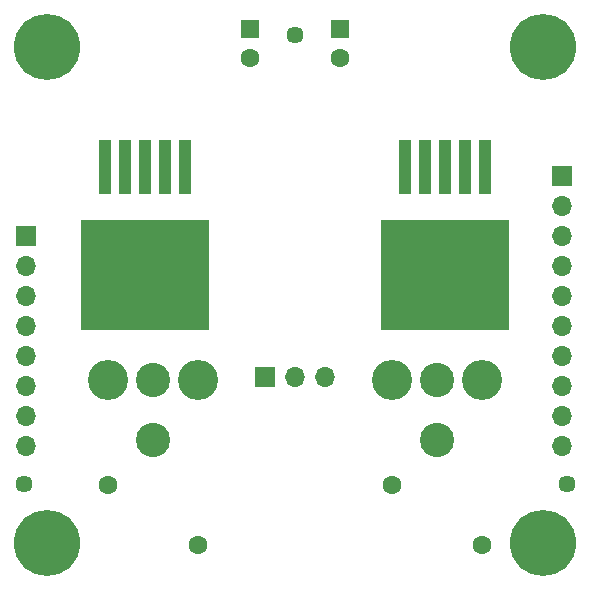
<source format=gbr>
%TF.GenerationSoftware,KiCad,Pcbnew,(5.1.9-0-10_14)*%
%TF.CreationDate,2021-03-07T16:31:49+01:00*%
%TF.ProjectId,W-Output HP,572d4f75-7470-4757-9420-48502e6b6963,1*%
%TF.SameCoordinates,Original*%
%TF.FileFunction,Soldermask,Bot*%
%TF.FilePolarity,Negative*%
%FSLAX46Y46*%
G04 Gerber Fmt 4.6, Leading zero omitted, Abs format (unit mm)*
G04 Created by KiCad (PCBNEW (5.1.9-0-10_14)) date 2021-03-07 16:31:49*
%MOMM*%
%LPD*%
G01*
G04 APERTURE LIST*
%ADD10C,1.448000*%
%ADD11C,2.900000*%
%ADD12C,1.600000*%
%ADD13C,3.400000*%
%ADD14O,1.700000X1.700000*%
%ADD15R,1.700000X1.700000*%
%ADD16R,1.600000X1.600000*%
%ADD17R,10.800000X9.400000*%
%ADD18R,1.100000X4.600000*%
%ADD19C,5.600000*%
G04 APERTURE END LIST*
D10*
%TO.C,REF\u002A\u002A*%
X150000000Y-78000000D03*
%TD*%
%TO.C,REF\u002A\u002A*%
X173000000Y-116000000D03*
%TD*%
%TO.C,REF\u002A\u002A*%
X127000000Y-116000000D03*
%TD*%
D11*
%TO.C,J5*%
X162000000Y-112300000D03*
D12*
X158190000Y-116110000D03*
X165810000Y-121190000D03*
D11*
X162000000Y-107220000D03*
D13*
X158190000Y-107220000D03*
X165810000Y-107220000D03*
%TD*%
D14*
%TO.C,J3*%
X152540000Y-106985000D03*
X150000000Y-106985000D03*
D15*
X147460000Y-106985000D03*
%TD*%
D12*
%TO.C,C21*%
X153810000Y-79957500D03*
D16*
X153810000Y-77457500D03*
%TD*%
D12*
%TO.C,C8*%
X146190000Y-79957500D03*
D16*
X146190000Y-77457500D03*
%TD*%
D14*
%TO.C,J2*%
X127200000Y-112780000D03*
X127200000Y-110240000D03*
X127200000Y-107700000D03*
X127200000Y-105160000D03*
X127200000Y-102620000D03*
X127200000Y-100080000D03*
X127200000Y-97540000D03*
D15*
X127200000Y-95000000D03*
%TD*%
D14*
%TO.C,J1*%
X172560000Y-112780000D03*
X172560000Y-110240000D03*
X172560000Y-107700000D03*
X172560000Y-105160000D03*
X172560000Y-102620000D03*
X172560000Y-100080000D03*
X172560000Y-97540000D03*
X172560000Y-95000000D03*
X172560000Y-92460000D03*
D15*
X172560000Y-89920000D03*
%TD*%
D11*
%TO.C,J4*%
X138000000Y-112300000D03*
D12*
X134190000Y-116110000D03*
X141810000Y-121190000D03*
D11*
X138000000Y-107220000D03*
D13*
X134190000Y-107220000D03*
X141810000Y-107220000D03*
%TD*%
D17*
%TO.C,U5*%
X162700000Y-98295000D03*
D18*
X166100000Y-89145000D03*
X164400000Y-89145000D03*
X162700000Y-89145000D03*
X161000000Y-89145000D03*
X159300000Y-89145000D03*
%TD*%
D17*
%TO.C,U4*%
X137300000Y-98295000D03*
D18*
X140700000Y-89145000D03*
X139000000Y-89145000D03*
X137300000Y-89145000D03*
X135600000Y-89145000D03*
X133900000Y-89145000D03*
%TD*%
D19*
%TO.C,H4*%
X171000000Y-121000000D03*
%TD*%
%TO.C,H3*%
X129000000Y-121000000D03*
%TD*%
%TO.C,H2*%
X171000000Y-79000000D03*
%TD*%
%TO.C,H1*%
X129000000Y-79000000D03*
%TD*%
M02*

</source>
